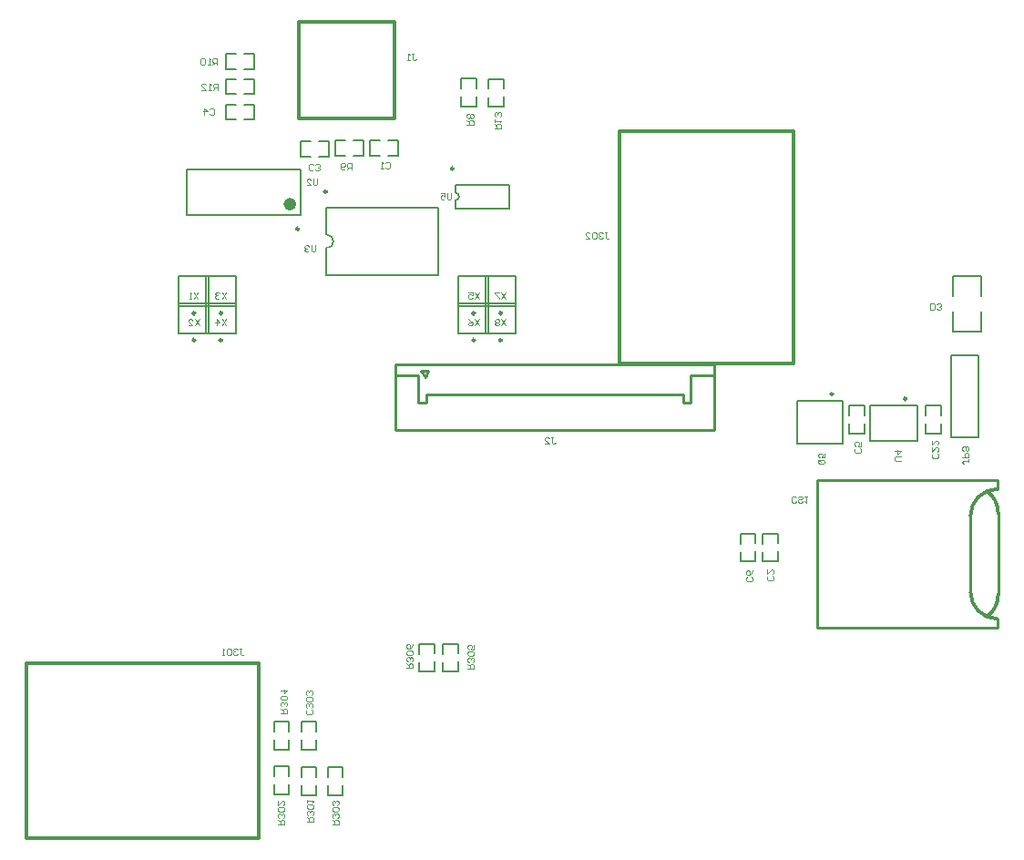
<source format=gbo>
%FSLAX43Y43*%
%MOMM*%
G71*
G01*
G75*
%ADD10C,0.300*%
%ADD11C,0.500*%
%ADD12C,0.600*%
%ADD13C,2.000*%
%ADD14C,5.000*%
%ADD15R,1.500X1.500*%
%ADD16C,1.500*%
%ADD17R,2.000X2.000*%
%ADD18C,3.500*%
%ADD19C,2.500*%
%ADD20C,1.200*%
%ADD21C,1.100*%
%ADD22R,2.800X3.200*%
%ADD23R,0.300X1.300*%
%ADD24R,1.600X0.800*%
%ADD25R,3.000X2.000*%
%ADD26R,1.000X0.800*%
%ADD27R,0.500X2.500*%
%ADD28R,2.000X2.500*%
%ADD29R,0.800X1.000*%
%ADD30O,0.350X1.800*%
%ADD31O,0.350X1.800*%
%ADD32R,0.600X2.200*%
%ADD33R,0.600X2.200*%
%ADD34R,0.600X2.150*%
%ADD35R,0.600X2.150*%
%ADD36R,1.800X1.600*%
%ADD37R,1.450X0.550*%
%ADD38R,1.450X0.550*%
%ADD39R,1.300X0.850*%
%ADD40C,0.400*%
%ADD41C,0.250*%
%ADD42C,0.200*%
%ADD43C,0.254*%
%ADD44C,0.100*%
%ADD45C,0.250*%
D10*
X81419Y40457D02*
G03*
X82450Y42501I-1531J2054D01*
G01*
X79875Y42750D02*
G03*
X82350Y40275I2475J-0D01*
G01*
X82450Y50099D02*
G03*
X81419Y52143I-2561J-10D01*
G01*
X82350Y52325D02*
G03*
X79875Y49850I0J-2475D01*
G01*
X-7898Y36108D02*
X2902D01*
X-7898Y28008D02*
X-7898Y36108D01*
X-7898Y19908D02*
X2902Y19908D01*
X-7898Y19908D02*
Y28008D01*
X2902Y36108D02*
X13702Y36108D01*
X13702Y28008D02*
X13702Y36108D01*
X2902Y19908D02*
X13702D01*
X13702Y28008D02*
X13702Y19908D01*
X55350Y85600D02*
X63450Y85600D01*
X63450Y74800D01*
X47250Y85600D02*
X55350Y85600D01*
X47250Y74800D02*
X47250Y85600D01*
X55350Y64000D02*
X63450D01*
X63450Y74800D01*
X47250Y64000D02*
X55350D01*
X47250Y74800D02*
X47250Y64000D01*
X17425Y95750D02*
X26325D01*
X17425Y86775D02*
Y95750D01*
Y86750D02*
X26325D01*
Y95700D01*
X26300Y95725D02*
X26325Y95700D01*
D12*
X16931Y78804D02*
G03*
X16931Y78804I-300J0D01*
G01*
D41*
X31848Y82111D02*
G03*
X31848Y82111I-125J0D01*
G01*
X20055Y79975D02*
G03*
X20055Y79975I-125J0D01*
G01*
X7825Y66175D02*
G03*
X7825Y66175I-125J0D01*
G01*
Y68675D02*
G03*
X7825Y68675I-125J0D01*
G01*
X10325D02*
G03*
X10325Y68675I-125J0D01*
G01*
Y66175D02*
G03*
X10325Y66175I-125J0D01*
G01*
X33825Y68675D02*
G03*
X33825Y68675I-125J0D01*
G01*
Y66175D02*
G03*
X33825Y66175I-125J0D01*
G01*
X36325Y68675D02*
G03*
X36325Y68675I-125J0D01*
G01*
Y66175D02*
G03*
X36325Y66175I-125J0D01*
G01*
X73925Y60725D02*
G03*
X73925Y60725I-125J0D01*
G01*
X67102Y61173D02*
G03*
X67102Y61173I-125J0D01*
G01*
X29200Y62700D02*
X29500Y63350D01*
X28825D02*
X29500D01*
X28825D02*
X29200Y62700D01*
X29325Y61150D02*
X53150D01*
X53150Y60425D02*
X53150Y61150D01*
X53200Y60375D02*
X53900D01*
X53900Y62900D02*
X53900Y60375D01*
X53900Y62900D02*
X56000Y62900D01*
X29325Y60425D02*
X29325Y61150D01*
X29275Y60375D02*
X29325Y60425D01*
X28575Y60375D02*
X29275Y60375D01*
X28575Y60375D02*
Y62900D01*
X26475D02*
X28575D01*
X26450Y57850D02*
X56050D01*
X26450Y63875D02*
X56050D01*
X56050Y57850D01*
X26450D02*
Y63875D01*
X65600Y39425D02*
Y53175D01*
X82475Y42525D02*
X82500Y42500D01*
X82475Y42525D02*
Y50150D01*
X79875Y42750D02*
X79925Y42700D01*
X79875Y42750D02*
Y49875D01*
X82375Y39425D02*
Y40275D01*
X65600Y39425D02*
X82375D01*
Y52325D02*
Y53175D01*
X65600D02*
X82375D01*
D42*
X31978Y79144D02*
G03*
X31978Y79877I0J367D01*
G01*
X20025Y74715D02*
G03*
X20025Y75985I0J635D01*
G01*
X78080Y57130D02*
Y64750D01*
X80620D01*
Y57130D02*
Y64750D01*
X78080Y57130D02*
X80620D01*
X15150Y23950D02*
X16550D01*
X15150D02*
Y24850D01*
X16550Y23950D02*
Y24875D01*
X15150Y26550D02*
X16550D01*
Y25650D02*
Y26550D01*
X15150Y25625D02*
Y26550D01*
X17700Y26500D02*
X19100D01*
Y25600D02*
Y26500D01*
X17700Y25575D02*
Y26500D01*
Y23900D02*
X19100D01*
X17700D02*
Y24800D01*
X19100Y23900D02*
Y24825D01*
X20150Y26500D02*
X21550D01*
Y25600D02*
Y26500D01*
X20150Y25575D02*
Y26500D01*
Y23900D02*
X21550D01*
X20150D02*
Y24800D01*
X21550Y23900D02*
Y24825D01*
X17700Y28100D02*
X19100D01*
X17700D02*
Y29000D01*
X19100Y28100D02*
Y29025D01*
X17700Y30700D02*
X19100D01*
Y29800D02*
Y30700D01*
X17700Y29775D02*
Y30700D01*
X28650Y35350D02*
X30050D01*
X28650D02*
Y36250D01*
X30050Y35350D02*
Y36275D01*
X28650Y37950D02*
X30050D01*
Y37050D02*
Y37950D01*
X28650Y37025D02*
Y37950D01*
X30850Y35350D02*
X32250D01*
X30850D02*
Y36250D01*
X32250Y35350D02*
Y36275D01*
X30850Y37950D02*
X32250D01*
Y37050D02*
Y37950D01*
X30850Y37025D02*
Y37950D01*
X10675Y91350D02*
Y92750D01*
X11575D01*
X10675Y91350D02*
X11600D01*
X13275D02*
Y92750D01*
X12375Y91350D02*
X13275D01*
X12350Y92750D02*
X13275D01*
X10675Y89050D02*
Y90450D01*
X11575D01*
X10675Y89050D02*
X11600D01*
X13275D02*
Y90450D01*
X12375Y89050D02*
X13275D01*
X12350Y90450D02*
X13275D01*
X23475Y83300D02*
Y84700D01*
X22575Y83300D02*
X23475D01*
X22550Y84700D02*
X23475D01*
X20875Y83300D02*
Y84700D01*
X21775D01*
X20875Y83300D02*
X21800D01*
X7031Y77804D02*
Y82004D01*
X17631Y77804D02*
X17631Y82004D01*
X7031D02*
X17631D01*
X7031Y77804D02*
X17631D01*
X31978Y78411D02*
X36978Y78411D01*
X31978Y80611D02*
X36978D01*
Y78411D02*
Y80611D01*
X31978Y78411D02*
Y79144D01*
Y79877D02*
Y80611D01*
X20025Y75985D02*
Y78500D01*
Y72200D02*
Y74715D01*
X30425Y72200D02*
Y78500D01*
X20025D02*
X30425D01*
X20025Y72200D02*
X30425D01*
X10675Y86650D02*
Y88050D01*
X11575D01*
X10675Y86650D02*
X11600D01*
X13275D02*
Y88050D01*
X12375Y86650D02*
X13275D01*
X12350Y88050D02*
X13275D01*
X20225Y83250D02*
Y84650D01*
X19325Y83250D02*
X20225D01*
X19300Y84650D02*
X20225D01*
X17625Y83250D02*
Y84650D01*
X18525D01*
X17625Y83250D02*
X18550D01*
X24075Y83300D02*
Y84700D01*
X24975D01*
X24075Y83300D02*
X25000D01*
X26675D02*
Y84700D01*
X25775Y83300D02*
X26675D01*
X25750Y84700D02*
X26675D01*
X32525Y87900D02*
X33925D01*
X32525D02*
Y88800D01*
X33925Y87900D02*
Y88825D01*
X32525Y90500D02*
X33925D01*
Y89600D02*
Y90500D01*
X32525Y89575D02*
Y90500D01*
X35075Y87850D02*
X36475D01*
X35075D02*
Y88750D01*
X36475Y87850D02*
Y88775D01*
X35075Y90450D02*
X36475D01*
Y89550D02*
Y90450D01*
X35075Y89525D02*
Y90450D01*
X6300Y66825D02*
Y69625D01*
X6300Y69625D02*
X9100D01*
X9100Y66825D01*
X6300D02*
X9100D01*
X6300Y69325D02*
Y72125D01*
X6300Y72125D02*
X9100Y72125D01*
X9100Y69325D02*
X9100Y72125D01*
X6300Y69325D02*
X9100D01*
X8800D02*
Y72125D01*
X8800Y72125D02*
X11600D01*
X11600Y69325D01*
X8800D02*
X11600D01*
X8800Y66825D02*
Y69625D01*
X11600D01*
X11600Y66825D02*
X11600Y69625D01*
X8800Y66825D02*
X11600D01*
X32300Y69325D02*
Y72125D01*
X32300Y72125D02*
X35100D01*
X35100Y69325D01*
X32300D02*
X35100D01*
X32300Y66825D02*
Y69625D01*
X35100D01*
X35100Y66825D02*
X35100Y69625D01*
X32300Y66825D02*
X35100D01*
X34800Y69325D02*
Y72125D01*
X37600Y72125D01*
Y69325D02*
Y72125D01*
X34800Y69325D02*
X37600D01*
X34800Y66825D02*
Y69625D01*
X34800Y69625D02*
X37600D01*
Y66825D02*
Y69625D01*
X34800Y66825D02*
X37600D01*
X80862Y72155D02*
X80862Y70255D01*
X78262Y72155D02*
X78262Y70255D01*
X80862Y68855D02*
X80862Y66955D01*
X78262Y68855D02*
X78262Y66955D01*
X80862Y66955D01*
X78262Y72155D02*
X80862Y72155D01*
X70525Y56775D02*
X74925D01*
X70525Y60075D02*
X74925D01*
Y56775D02*
Y60075D01*
X70525Y56775D02*
Y60075D01*
X68027Y56523D02*
Y60523D01*
X63727D02*
X68027D01*
X63727Y56523D02*
Y60523D01*
Y56523D02*
X68027D01*
X75725Y57475D02*
X77125D01*
X75725D02*
Y58375D01*
X77125Y57475D02*
Y58400D01*
X75725Y60075D02*
X77125D01*
Y59175D02*
Y60075D01*
X75725Y59150D02*
Y60075D01*
X68625Y60075D02*
X70025D01*
Y59175D02*
Y60075D01*
X68625Y59150D02*
Y60075D01*
Y57475D02*
X70025D01*
X68625D02*
Y58375D01*
X70025Y57475D02*
Y58400D01*
X15150Y30700D02*
X16550D01*
Y29800D02*
Y30700D01*
X15150Y29775D02*
Y30700D01*
Y28100D02*
X16550D01*
X15150D02*
Y29000D01*
X16550Y28100D02*
Y29025D01*
X60550Y45600D02*
X61950D01*
X60550D02*
Y46500D01*
X61950Y45600D02*
Y46525D01*
X60550Y48200D02*
X61950D01*
Y47300D02*
Y48200D01*
X60550Y47275D02*
Y48200D01*
X58500Y45600D02*
X59900D01*
X58500D02*
Y46500D01*
X59900Y45600D02*
Y46525D01*
X58500Y48200D02*
X59900D01*
Y47300D02*
Y48200D01*
X58500Y47275D02*
Y48200D01*
D44*
X61500Y44250D02*
X61600Y44150D01*
Y43950D01*
X61500Y43850D01*
X61100D01*
X61000Y43950D01*
Y44150D01*
X61100Y44250D01*
X61000Y44850D02*
Y44450D01*
X61400Y44850D01*
X61500D01*
X61600Y44750D01*
Y44550D01*
X61500Y44450D01*
X59550Y44150D02*
X59650Y44050D01*
Y43850D01*
X59550Y43750D01*
X59150D01*
X59050Y43850D01*
Y44050D01*
X59150Y44150D01*
X59650Y44750D02*
X59550Y44550D01*
X59350Y44350D01*
X59150D01*
X59050Y44450D01*
Y44650D01*
X59150Y44750D01*
X59250D01*
X59350Y44650D01*
Y44350D01*
X33075Y86200D02*
X33675D01*
Y86500D01*
X33575Y86600D01*
X33375D01*
X33275Y86500D01*
Y86200D01*
Y86400D02*
X33075Y86600D01*
X33575Y86800D02*
X33675Y86900D01*
Y87100D01*
X33575Y87200D01*
X33475D01*
X33375Y87100D01*
X33275Y87200D01*
X33175D01*
X33075Y87100D01*
Y86900D01*
X33175Y86800D01*
X33275D01*
X33375Y86900D01*
X33475Y86800D01*
X33575D01*
X33375Y86900D02*
Y87100D01*
X31625Y79825D02*
Y79325D01*
X31525Y79225D01*
X31325D01*
X31225Y79325D01*
Y79825D01*
X30625D02*
X31025D01*
Y79525D01*
X30825Y79625D01*
X30725D01*
X30625Y79525D01*
Y79325D01*
X30725Y79225D01*
X30925D01*
X31025Y79325D01*
X19175Y81150D02*
Y80650D01*
X19075Y80550D01*
X18875D01*
X18775Y80650D01*
Y81150D01*
X18175Y80550D02*
X18575D01*
X18175Y80950D01*
Y81050D01*
X18275Y81150D01*
X18475D01*
X18575Y81050D01*
X9900Y89425D02*
Y90025D01*
X9600D01*
X9500Y89925D01*
Y89725D01*
X9600Y89625D01*
X9900D01*
X9700D02*
X9500Y89425D01*
X9300D02*
X9100D01*
X9200D01*
Y90025D01*
X9300Y89925D01*
X8400Y89425D02*
X8800D01*
X8400Y89825D01*
Y89925D01*
X8500Y90025D01*
X8700D01*
X8800Y89925D01*
X9825Y91775D02*
Y92375D01*
X9525D01*
X9425Y92275D01*
Y92075D01*
X9525Y91975D01*
X9825D01*
X9625D02*
X9425Y91775D01*
X9225D02*
X9025D01*
X9125D01*
Y92375D01*
X9225Y92275D01*
X8725D02*
X8625Y92375D01*
X8425D01*
X8325Y92275D01*
Y91875D01*
X8425Y91775D01*
X8625D01*
X8725Y91875D01*
Y92275D01*
X22350Y82025D02*
Y82625D01*
X22050D01*
X21950Y82525D01*
Y82325D01*
X22050Y82225D01*
X22350D01*
X22150D02*
X21950Y82025D01*
X21750Y82125D02*
X21650Y82025D01*
X21450D01*
X21350Y82125D01*
Y82525D01*
X21450Y82625D01*
X21650D01*
X21750Y82525D01*
Y82425D01*
X21650Y82325D01*
X21350D01*
X27950Y92775D02*
X28150D01*
X28050D01*
Y92275D01*
X28150Y92175D01*
X28250D01*
X28350Y92275D01*
X27750Y92175D02*
X27550D01*
X27650D01*
Y92775D01*
X27750Y92675D01*
X25500Y82625D02*
X25600Y82725D01*
X25800D01*
X25900Y82625D01*
Y82225D01*
X25800Y82125D01*
X25600D01*
X25500Y82225D01*
X25300Y82125D02*
X25100D01*
X25200D01*
Y82725D01*
X25300Y82625D01*
X36688Y68113D02*
X36288Y67513D01*
Y68113D02*
X36688Y67513D01*
X36088Y68013D02*
X35988Y68113D01*
X35788D01*
X35688Y68013D01*
Y67913D01*
X35788Y67813D01*
X35688Y67713D01*
Y67613D01*
X35788Y67513D01*
X35988D01*
X36088Y67613D01*
Y67713D01*
X35988Y67813D01*
X36088Y67913D01*
Y68013D01*
X35988Y67813D02*
X35788D01*
X36688Y70627D02*
X36288Y70028D01*
Y70627D02*
X36688Y70028D01*
X36088Y70627D02*
X35688D01*
Y70527D01*
X36088Y70128D01*
Y70028D01*
X34198Y68113D02*
X33799Y67513D01*
Y68113D02*
X34198Y67513D01*
X33199Y68113D02*
X33399Y68013D01*
X33599Y67813D01*
Y67613D01*
X33499Y67513D01*
X33299D01*
X33199Y67613D01*
Y67713D01*
X33299Y67813D01*
X33599D01*
X34198Y70627D02*
X33799Y70028D01*
Y70627D02*
X34198Y70028D01*
X33199Y70627D02*
X33599D01*
Y70327D01*
X33399Y70427D01*
X33299D01*
X33199Y70327D01*
Y70128D01*
X33299Y70028D01*
X33499D01*
X33599Y70128D01*
X10703Y68113D02*
X10304Y67513D01*
Y68113D02*
X10703Y67513D01*
X9804D02*
Y68113D01*
X10104Y67813D01*
X9704D01*
X10703Y70627D02*
X10304Y70028D01*
Y70627D02*
X10703Y70028D01*
X10104Y70527D02*
X10004Y70627D01*
X9804D01*
X9704Y70527D01*
Y70427D01*
X9804Y70327D01*
X9904D01*
X9804D01*
X9704Y70228D01*
Y70128D01*
X9804Y70028D01*
X10004D01*
X10104Y70128D01*
X8189Y68113D02*
X7789Y67513D01*
Y68113D02*
X8189Y67513D01*
X7189D02*
X7589D01*
X7189Y67913D01*
Y68013D01*
X7289Y68113D01*
X7489D01*
X7589Y68013D01*
X8087Y70627D02*
X7687Y70028D01*
Y70627D02*
X8087Y70028D01*
X7487D02*
X7288D01*
X7388D01*
Y70627D01*
X7487Y70527D01*
X9175Y87625D02*
X9275Y87725D01*
X9475D01*
X9575Y87625D01*
Y87225D01*
X9475Y87125D01*
X9275D01*
X9175Y87225D01*
X8675Y87125D02*
Y87725D01*
X8975Y87425D01*
X8575D01*
X18800Y82025D02*
X18700Y81925D01*
X18500D01*
X18400Y82025D01*
Y82425D01*
X18500Y82525D01*
X18700D01*
X18800Y82425D01*
X19000Y82025D02*
X19100Y81925D01*
X19300D01*
X19400Y82025D01*
Y82125D01*
X19300Y82225D01*
X19200D01*
X19300D01*
X19400Y82325D01*
Y82425D01*
X19300Y82525D01*
X19100D01*
X19000Y82425D01*
X76150Y68975D02*
Y69575D01*
X76450D01*
X76550Y69475D01*
Y69075D01*
X76450Y68975D01*
X76150D01*
X76750Y69075D02*
X76850Y68975D01*
X77050D01*
X77150Y69075D01*
Y69175D01*
X77050Y69275D01*
X76950D01*
X77050D01*
X77150Y69375D01*
Y69475D01*
X77050Y69575D01*
X76850D01*
X76750Y69475D01*
X76775Y55625D02*
X76875Y55525D01*
Y55325D01*
X76775Y55225D01*
X76375D01*
X76275Y55325D01*
Y55525D01*
X76375Y55625D01*
X76275Y56225D02*
Y55825D01*
X76675Y56225D01*
X76775D01*
X76875Y56125D01*
Y55925D01*
X76775Y55825D01*
X76275Y56824D02*
Y56425D01*
X76675Y56824D01*
X76775D01*
X76875Y56725D01*
Y56525D01*
X76775Y56425D01*
X65850Y55050D02*
X66250D01*
X66350Y54950D01*
Y54750D01*
X66250Y54650D01*
X65850D01*
X65750Y54750D01*
Y54950D01*
X65950Y54850D02*
X65750Y55050D01*
Y54950D02*
X65850Y55050D01*
X66350Y55650D02*
Y55250D01*
X66050D01*
X66150Y55450D01*
Y55550D01*
X66050Y55650D01*
X65850D01*
X65750Y55550D01*
Y55350D01*
X65850Y55250D01*
X73400Y54950D02*
X72900D01*
X72800Y55050D01*
Y55250D01*
X72900Y55350D01*
X73400D01*
X72800Y55850D02*
X73400D01*
X73100Y55550D01*
Y55950D01*
X69600Y56125D02*
X69700Y56025D01*
Y55825D01*
X69600Y55725D01*
X69200D01*
X69100Y55825D01*
Y56025D01*
X69200Y56125D01*
X69700Y56725D02*
Y56325D01*
X69400D01*
X69500Y56525D01*
Y56625D01*
X69400Y56725D01*
X69200D01*
X69100Y56625D01*
Y56425D01*
X69200Y56325D01*
X15775Y31525D02*
X16375D01*
Y31825D01*
X16275Y31925D01*
X16075D01*
X15975Y31825D01*
Y31525D01*
Y31725D02*
X15775Y31925D01*
X16275Y32125D02*
X16375Y32225D01*
Y32425D01*
X16275Y32525D01*
X16175D01*
X16075Y32425D01*
Y32325D01*
Y32425D01*
X15975Y32525D01*
X15875D01*
X15775Y32425D01*
Y32225D01*
X15875Y32125D01*
X16275Y32725D02*
X16375Y32825D01*
Y33025D01*
X16275Y33124D01*
X15875D01*
X15775Y33025D01*
Y32825D01*
X15875Y32725D01*
X16275D01*
X15775Y33624D02*
X16375D01*
X16075Y33324D01*
Y33724D01*
X20550Y21175D02*
X21150D01*
Y21475D01*
X21050Y21575D01*
X20850D01*
X20750Y21475D01*
Y21175D01*
Y21375D02*
X20550Y21575D01*
X21050Y21775D02*
X21150Y21875D01*
Y22075D01*
X21050Y22175D01*
X20950D01*
X20850Y22075D01*
Y21975D01*
Y22075D01*
X20750Y22175D01*
X20650D01*
X20550Y22075D01*
Y21875D01*
X20650Y21775D01*
X21050Y22375D02*
X21150Y22475D01*
Y22675D01*
X21050Y22774D01*
X20650D01*
X20550Y22675D01*
Y22475D01*
X20650Y22375D01*
X21050D01*
Y22974D02*
X21150Y23074D01*
Y23274D01*
X21050Y23374D01*
X20950D01*
X20850Y23274D01*
Y23174D01*
Y23274D01*
X20750Y23374D01*
X20650D01*
X20550Y23274D01*
Y23074D01*
X20650Y22974D01*
X15525Y21175D02*
X16125D01*
Y21475D01*
X16025Y21575D01*
X15825D01*
X15725Y21475D01*
Y21175D01*
Y21375D02*
X15525Y21575D01*
X16025Y21775D02*
X16125Y21875D01*
Y22075D01*
X16025Y22175D01*
X15925D01*
X15825Y22075D01*
Y21975D01*
Y22075D01*
X15725Y22175D01*
X15625D01*
X15525Y22075D01*
Y21875D01*
X15625Y21775D01*
X16025Y22375D02*
X16125Y22475D01*
Y22675D01*
X16025Y22774D01*
X15625D01*
X15525Y22675D01*
Y22475D01*
X15625Y22375D01*
X16025D01*
X15525Y23374D02*
Y22974D01*
X15925Y23374D01*
X16025D01*
X16125Y23274D01*
Y23074D01*
X16025Y22974D01*
X18200Y21425D02*
X18800D01*
Y21725D01*
X18700Y21825D01*
X18500D01*
X18400Y21725D01*
Y21425D01*
Y21625D02*
X18200Y21825D01*
X18700Y22025D02*
X18800Y22125D01*
Y22325D01*
X18700Y22425D01*
X18600D01*
X18500Y22325D01*
Y22225D01*
Y22325D01*
X18400Y22425D01*
X18300D01*
X18200Y22325D01*
Y22125D01*
X18300Y22025D01*
X18700Y22625D02*
X18800Y22725D01*
Y22925D01*
X18700Y23024D01*
X18300D01*
X18200Y22925D01*
Y22725D01*
X18300Y22625D01*
X18700D01*
X18200Y23224D02*
Y23424D01*
Y23324D01*
X18800D01*
X18700Y23224D01*
X27475Y35700D02*
X28075D01*
Y36000D01*
X27975Y36100D01*
X27775D01*
X27675Y36000D01*
Y35700D01*
Y35900D02*
X27475Y36100D01*
X27975Y36300D02*
X28075Y36400D01*
Y36600D01*
X27975Y36700D01*
X27875D01*
X27775Y36600D01*
Y36500D01*
Y36600D01*
X27675Y36700D01*
X27575D01*
X27475Y36600D01*
Y36400D01*
X27575Y36300D01*
X27975Y36900D02*
X28075Y37000D01*
Y37200D01*
X27975Y37299D01*
X27575D01*
X27475Y37200D01*
Y37000D01*
X27575Y36900D01*
X27975D01*
X28075Y37899D02*
X27975Y37699D01*
X27775Y37499D01*
X27575D01*
X27475Y37599D01*
Y37799D01*
X27575Y37899D01*
X27675D01*
X27775Y37799D01*
Y37499D01*
X33150Y35650D02*
X33750D01*
Y35950D01*
X33650Y36050D01*
X33450D01*
X33350Y35950D01*
Y35650D01*
Y35850D02*
X33150Y36050D01*
X33650Y36250D02*
X33750Y36350D01*
Y36550D01*
X33650Y36650D01*
X33550D01*
X33450Y36550D01*
Y36450D01*
Y36550D01*
X33350Y36650D01*
X33250D01*
X33150Y36550D01*
Y36350D01*
X33250Y36250D01*
X33650Y36850D02*
X33750Y36950D01*
Y37150D01*
X33650Y37249D01*
X33250D01*
X33150Y37150D01*
Y36950D01*
X33250Y36850D01*
X33650D01*
X33750Y37849D02*
Y37449D01*
X33450D01*
X33550Y37649D01*
Y37749D01*
X33450Y37849D01*
X33250D01*
X33150Y37749D01*
Y37549D01*
X33250Y37449D01*
X18600Y31800D02*
X18700Y31700D01*
Y31500D01*
X18600Y31400D01*
X18200D01*
X18100Y31500D01*
Y31700D01*
X18200Y31800D01*
X18600Y32000D02*
X18700Y32100D01*
Y32300D01*
X18600Y32400D01*
X18500D01*
X18400Y32300D01*
Y32200D01*
Y32300D01*
X18300Y32400D01*
X18200D01*
X18100Y32300D01*
Y32100D01*
X18200Y32000D01*
X18600Y32600D02*
X18700Y32700D01*
Y32900D01*
X18600Y32999D01*
X18200D01*
X18100Y32900D01*
Y32700D01*
X18200Y32600D01*
X18600D01*
Y33199D02*
X18700Y33299D01*
Y33499D01*
X18600Y33599D01*
X18500D01*
X18400Y33499D01*
Y33399D01*
Y33499D01*
X18300Y33599D01*
X18200D01*
X18100Y33499D01*
Y33299D01*
X18200Y33199D01*
X79725Y55075D02*
Y54875D01*
Y54975D01*
X79225D01*
X79125Y54875D01*
Y54775D01*
X79225Y54675D01*
X79125Y55275D02*
X79725D01*
Y55575D01*
X79625Y55675D01*
X79425D01*
X79325Y55575D01*
Y55275D01*
X79225Y55875D02*
X79125Y55975D01*
Y56175D01*
X79225Y56274D01*
X79625D01*
X79725Y56175D01*
Y55975D01*
X79625Y55875D01*
X79525D01*
X79425Y55975D01*
Y56274D01*
X11950Y37525D02*
X12150D01*
X12050D01*
Y37025D01*
X12150Y36925D01*
X12250D01*
X12350Y37025D01*
X11750Y37425D02*
X11650Y37525D01*
X11450D01*
X11350Y37425D01*
Y37325D01*
X11450Y37225D01*
X11550D01*
X11450D01*
X11350Y37125D01*
Y37025D01*
X11450Y36925D01*
X11650D01*
X11750Y37025D01*
X11150Y37425D02*
X11050Y37525D01*
X10850D01*
X10751Y37425D01*
Y37025D01*
X10850Y36925D01*
X11050D01*
X11150Y37025D01*
Y37425D01*
X10551Y36925D02*
X10351D01*
X10451D01*
Y37525D01*
X10551Y37425D01*
X45900Y76175D02*
X46100D01*
X46000D01*
Y75675D01*
X46100Y75575D01*
X46200D01*
X46300Y75675D01*
X45700Y76075D02*
X45600Y76175D01*
X45400D01*
X45300Y76075D01*
Y75975D01*
X45400Y75875D01*
X45500D01*
X45400D01*
X45300Y75775D01*
Y75675D01*
X45400Y75575D01*
X45600D01*
X45700Y75675D01*
X45100Y76075D02*
X45000Y76175D01*
X44800D01*
X44701Y76075D01*
Y75675D01*
X44800Y75575D01*
X45000D01*
X45100Y75675D01*
Y76075D01*
X44101Y75575D02*
X44501D01*
X44101Y75975D01*
Y76075D01*
X44201Y76175D01*
X44401D01*
X44501Y76075D01*
X40900Y57125D02*
X41100D01*
X41000D01*
Y56625D01*
X41100Y56525D01*
X41200D01*
X41300Y56625D01*
X40300Y56525D02*
X40700D01*
X40300Y56925D01*
Y57025D01*
X40400Y57125D01*
X40600D01*
X40700Y57025D01*
X63675Y51175D02*
X63575Y51075D01*
X63375D01*
X63275Y51175D01*
Y51575D01*
X63375Y51675D01*
X63575D01*
X63675Y51575D01*
X64275Y51175D02*
X64175Y51075D01*
X63975D01*
X63875Y51175D01*
Y51275D01*
X63975Y51375D01*
X64175D01*
X64275Y51475D01*
Y51575D01*
X64175Y51675D01*
X63975D01*
X63875Y51575D01*
X64475Y51675D02*
X64675D01*
X64575D01*
Y51075D01*
X64475Y51175D01*
X35650Y85850D02*
X36250D01*
Y86150D01*
X36150Y86250D01*
X35950D01*
X35850Y86150D01*
Y85850D01*
Y86050D02*
X35650Y86250D01*
Y86450D02*
Y86650D01*
Y86550D01*
X36250D01*
X36150Y86450D01*
Y86950D02*
X36250Y87050D01*
Y87250D01*
X36150Y87350D01*
X36050D01*
X35950Y87250D01*
Y87150D01*
Y87250D01*
X35850Y87350D01*
X35750D01*
X35650Y87250D01*
Y87050D01*
X35750Y86950D01*
X19000Y74975D02*
Y74475D01*
X18900Y74375D01*
X18700D01*
X18600Y74475D01*
Y74975D01*
X18400Y74875D02*
X18300Y74975D01*
X18100D01*
X18000Y74875D01*
Y74775D01*
X18100Y74675D01*
X18200D01*
X18100D01*
X18000Y74575D01*
Y74475D01*
X18100Y74375D01*
X18300D01*
X18400Y74475D01*
D45*
X17456Y76504D02*
G03*
X17456Y76504I-125J0D01*
G01*
M02*

</source>
